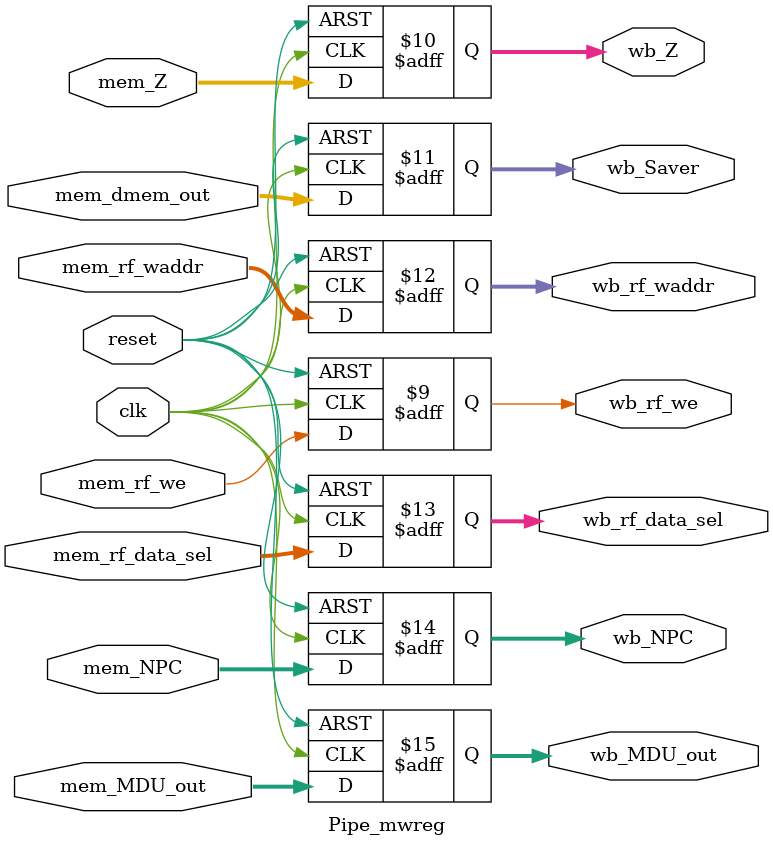
<source format=v>
module Pipe_iireg
(
    clk,
    reset,
    we,
    inst,
    NPC,
    id_inst,
    id_NPC
);
    input clk;
    input reset;
    input we;
    input [31:0]inst;
    input [31:0]NPC;
    output reg [31:0]id_inst = 32'b0;
    output reg [31:0]id_NPC = 32'b0;

    always @(posedge reset or posedge clk) begin
        if(reset) begin
            id_inst <= 32'b0;
            id_NPC <= 32'b0;
        end 
        else begin
            if(we) begin
                id_inst <= inst;
                id_NPC <= NPC;
            end 
            else begin
                id_inst <= id_inst;
                id_NPC <= id_NPC;
            end
        end
    end
endmodule

// ID EXE 间的寄存器
module Pipe_iereg
(
    clk,
    reset,
    we,
    id_rs_value,
    id_ze5,
    id_se16,
    id_ze16,
    id_rt_value,
    id_amux_sel,
    id_bmux_sel,
    id_aluc,
    id_rf_we,
    id_rf_waddr,
    id_rf_data_sel,
    id_dmem_wdata,
    id_dmem_we,
    id_NPC,
    exe_rs_value,
    exe_ze5,
    exe_se16,
    exe_ze16,
    exe_rt_value,
    exe_amux_sel,
    exe_bmux_sel,
    exe_aluc,
    exe_rf_we,
    exe_rf_waddr,
    exe_rf_data_sel,
    exe_dmem_wdata,
    exe_dmem_we,
    exe_NPC
);
    input clk;
    input reset;
    input we;
    input [31:0]id_rs_value;
    input [31:0]id_ze5;
    input [31:0]id_se16;
    input [31:0]id_ze16;
    input [31:0]id_rt_value;
    input id_amux_sel;
    input [1:0]id_bmux_sel;
    input [3:0]id_aluc;
    input id_rf_we;
    input [4:0]id_rf_waddr;
    input [1:0]id_rf_data_sel;
    input [31:0]id_dmem_wdata;
    input id_dmem_we;
    input [31:0]id_NPC;
    output reg [31:0]exe_rs_value = 32'b0;
    output reg [31:0]exe_ze5 = 32'b0;
    output reg [31:0]exe_se16 = 32'b0;
    output reg [31:0]exe_ze16 = 32'b0;
    output reg [31:0]exe_rt_value = 32'b0;
    output reg exe_amux_sel = 1'b0;
    output reg [1:0]exe_bmux_sel = 2'b0;
    output reg [3:0]exe_aluc = 4'b0;
    output reg exe_rf_we = 1'b0;
    output reg [4:0]exe_rf_waddr = 5'b0;
    output reg [1:0]exe_rf_data_sel = 2'b0;
    output reg [31:0]exe_dmem_wdata = 32'b0;
    output reg exe_dmem_we = 1'b0;
    output reg [31:0]exe_NPC = 32'b0;

    always @(posedge reset or posedge clk) begin
        if(reset) begin
            exe_rs_value <= 32'b0;
            exe_ze5 <= 32'b0;
            exe_se16 <= 32'b0;
            exe_ze16 <= 32'b0;
            exe_rt_value <= 32'b0;
            exe_amux_sel <= 1'b0;
            exe_bmux_sel <= 2'b0;
            exe_aluc <= 4'b0;
            exe_rf_we <= 'b0;
            exe_rf_waddr <= 5'b0;
            exe_rf_data_sel <= 1'b0;
            exe_dmem_wdata <= 32'b0;
            exe_dmem_we <= 1'b0;
            exe_NPC <= 32'b0;
        end 
        else begin
            if(we) begin 
                exe_rs_value <= id_rs_value;
                exe_ze5 <= id_ze5;
                exe_se16 <= id_se16;
                exe_ze16 <= id_ze16;
                exe_rt_value <= id_rt_value;
                exe_amux_sel <= id_amux_sel;
                exe_bmux_sel <= id_bmux_sel;
                exe_aluc <= id_aluc;
                exe_rf_we <= id_rf_we;
                exe_rf_waddr <= id_rf_waddr;
                exe_rf_data_sel <= id_rf_data_sel;
                exe_dmem_wdata <= id_dmem_wdata;
                exe_dmem_we <= id_dmem_we;
                exe_NPC <= id_NPC;
            end 
            else begin
                exe_rs_value <= exe_rs_value;
                exe_ze5 <= exe_ze5;
                exe_se16 <= exe_se16;
                exe_ze16 <= exe_ze16;
                exe_rt_value <= exe_rt_value;
                exe_amux_sel <= exe_amux_sel;
                exe_bmux_sel <= exe_bmux_sel;
                exe_aluc <= exe_aluc;
                exe_rf_we <= exe_rf_we;
                exe_rf_waddr <= exe_rf_waddr;
                exe_rf_data_sel <= exe_rf_data_sel;
                exe_dmem_wdata <= exe_dmem_wdata;
                exe_dmem_we <= exe_dmem_we;
                exe_NPC <= exe_NPC;
            end
        end
    end
endmodule

// EXE MEM 间的寄存器
module Pipe_emreg
(
    clk,
    reset,
    exe_rf_we,
    exe_Z,
    exe_rf_waddr,
    exe_rf_data_sel,
    exe_dmem_wdata, 
    exe_dmem_we, 
    exe_NPC,
    exe_MDU_out,
    mem_rf_we,
    mem_Z,
    mem_rf_waddr,
    mem_rf_data_sel,
    mem_dmem_wdata,
    mem_dmem_we,
    mem_NPC,
    mem_MDU_out
);
    input clk;
    input reset;
    input exe_rf_we;
    input [31:0]exe_Z;
    input [4:0]exe_rf_waddr;
    input [1:0]exe_rf_data_sel;
    input [31:0]exe_dmem_wdata; 
    input exe_dmem_we; 
    input [31:0]exe_NPC;
    input [31:0]exe_MDU_out;
    output reg mem_rf_we = 1'b0;
    output reg [31:0]mem_Z = 32'b0;
    output reg [4:0]mem_rf_waddr = 5'b0;
    output reg [1:0]mem_rf_data_sel = 2'b0;
    output reg [31:0]mem_dmem_wdata = 32'b0;
    output reg mem_dmem_we = 1'b0;
    output reg [31:0]mem_NPC = 32'b0;
    output reg [31:0]mem_MDU_out = 32'b0;

    always @(posedge reset or posedge clk) begin
        if(reset) begin
            mem_rf_we <= 1'b0;
            mem_Z <= 32'b0;
            mem_rf_waddr <= 5'b0;
            mem_rf_data_sel <= 1'b0;
            mem_dmem_wdata <= 32'b0;
            mem_dmem_we <= 1'b0;
            mem_NPC <= 32'b0;
            mem_MDU_out <= 32'b0;
        end 
        else begin
            mem_rf_we <= exe_rf_we;
            mem_Z <= exe_Z;
            mem_rf_waddr <= exe_rf_waddr;
            mem_rf_data_sel <= exe_rf_data_sel;
            mem_dmem_wdata <= exe_dmem_wdata;
            mem_dmem_we <= exe_dmem_we;
            mem_NPC <= exe_NPC;
            mem_MDU_out <= exe_MDU_out;
        end
    end
endmodule

// MEM WB 间的寄存器
module Pipe_mwreg
(
    clk,
    reset,
    mem_rf_we,
    mem_Z,
    mem_dmem_out,
    mem_rf_waddr,
    mem_rf_data_sel,
    mem_NPC,
    mem_MDU_out,
    wb_rf_we,
    wb_Z,
    wb_Saver,
    wb_rf_waddr,
    wb_rf_data_sel,
    wb_NPC,
    wb_MDU_out
);
    input clk;
    input reset;
    input mem_rf_we;
    input [31:0]mem_Z;
    input [31:0]mem_dmem_out;
    input [4:0]mem_rf_waddr;
    input [1:0]mem_rf_data_sel;
    input [31:0]mem_NPC;
    input [31:0]mem_MDU_out;
    output reg wb_rf_we = 1'b0;
    output reg [31:0]wb_Z = 32'b0;
    output reg [31:0]wb_Saver = 32'b0;
    output reg [4:0]wb_rf_waddr = 5'b0;
    output reg [1:0]wb_rf_data_sel = 2'b0;
    output reg [31:0]wb_NPC = 32'b0;
    output reg [31:0]wb_MDU_out = 32'b0;

    always @(posedge reset or posedge clk) begin
        if(reset) begin
            wb_rf_we <= 1'b0;
            wb_Z <= 32'b0;
            wb_Saver <= 32'b0;
            wb_rf_waddr <= 5'b0;
            wb_rf_data_sel <= 1'b0;
            wb_NPC <= 32'b0;
            wb_MDU_out <= 32'b0;
        end 
        else begin
            wb_rf_we <= mem_rf_we;
            wb_Z <= mem_Z;
            wb_Saver <= mem_dmem_out;
            wb_rf_waddr <= mem_rf_waddr;
            wb_rf_data_sel <= mem_rf_data_sel;
            wb_NPC <= mem_NPC;
            wb_MDU_out <= mem_MDU_out;
        end
    end
endmodule
</source>
